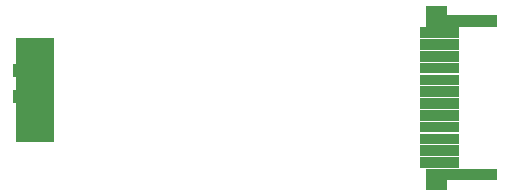
<source format=gbr>
G04 #@! TF.FileFunction,Soldermask,Top*
%FSLAX46Y46*%
G04 Gerber Fmt 4.6, Leading zero omitted, Abs format (unit mm)*
G04 Created by KiCad (PCBNEW 4.0.7) date Thu Nov 23 13:57:06 2017*
%MOMM*%
%LPD*%
G01*
G04 APERTURE LIST*
%ADD10C,0.100000*%
G04 APERTURE END LIST*
D10*
G36*
X170600000Y-114650000D02*
X166412700Y-114650000D01*
X166409162Y-114650503D01*
X166405904Y-114651971D01*
X166403184Y-114654290D01*
X166401218Y-114657274D01*
X166400160Y-114660687D01*
X166400000Y-114662700D01*
X166400000Y-115450000D01*
X164600000Y-115450000D01*
X164600000Y-113650000D01*
X170600000Y-113650000D01*
X170600000Y-114650000D01*
X170600000Y-114650000D01*
G37*
G36*
X167400000Y-113600000D02*
X164100000Y-113600000D01*
X164100000Y-112700000D01*
X167400000Y-112700000D01*
X167400000Y-113600000D01*
X167400000Y-113600000D01*
G37*
G36*
X167400000Y-112600000D02*
X164100000Y-112600000D01*
X164100000Y-111700000D01*
X167400000Y-111700000D01*
X167400000Y-112600000D01*
X167400000Y-112600000D01*
G37*
G36*
X167400000Y-111600000D02*
X164100000Y-111600000D01*
X164100000Y-110700000D01*
X167400000Y-110700000D01*
X167400000Y-111600000D01*
X167400000Y-111600000D01*
G37*
G36*
X133100000Y-111400000D02*
X129900000Y-111400000D01*
X129900000Y-108112700D01*
X129899497Y-108109162D01*
X129898029Y-108105904D01*
X129895710Y-108103184D01*
X129892726Y-108101218D01*
X129889313Y-108100160D01*
X129887300Y-108100000D01*
X129600000Y-108100000D01*
X129600000Y-107000000D01*
X129887300Y-107000000D01*
X129890838Y-106999497D01*
X129894096Y-106998029D01*
X129896816Y-106995710D01*
X129898782Y-106992726D01*
X129899840Y-106989313D01*
X129900000Y-106987300D01*
X129900000Y-105912700D01*
X129899497Y-105909162D01*
X129898029Y-105905904D01*
X129895710Y-105903184D01*
X129892726Y-105901218D01*
X129889313Y-105900160D01*
X129887300Y-105900000D01*
X129600000Y-105900000D01*
X129600000Y-104800000D01*
X129887300Y-104800000D01*
X129890838Y-104799497D01*
X129894096Y-104798029D01*
X129896816Y-104795710D01*
X129898782Y-104792726D01*
X129899840Y-104789313D01*
X129900000Y-104787300D01*
X129900000Y-102600000D01*
X133100000Y-102600000D01*
X133100000Y-111400000D01*
X133100000Y-111400000D01*
G37*
G36*
X167400000Y-110600000D02*
X164100000Y-110600000D01*
X164100000Y-109700000D01*
X167400000Y-109700000D01*
X167400000Y-110600000D01*
X167400000Y-110600000D01*
G37*
G36*
X167400000Y-109600000D02*
X164100000Y-109600000D01*
X164100000Y-108700000D01*
X167400000Y-108700000D01*
X167400000Y-109600000D01*
X167400000Y-109600000D01*
G37*
G36*
X167400000Y-108600000D02*
X164100000Y-108600000D01*
X164100000Y-107700000D01*
X167400000Y-107700000D01*
X167400000Y-108600000D01*
X167400000Y-108600000D01*
G37*
G36*
X167400000Y-107600000D02*
X164100000Y-107600000D01*
X164100000Y-106700000D01*
X167400000Y-106700000D01*
X167400000Y-107600000D01*
X167400000Y-107600000D01*
G37*
G36*
X167400000Y-106600000D02*
X164100000Y-106600000D01*
X164100000Y-105700000D01*
X167400000Y-105700000D01*
X167400000Y-106600000D01*
X167400000Y-106600000D01*
G37*
G36*
X167400000Y-105600000D02*
X164100000Y-105600000D01*
X164100000Y-104700000D01*
X167400000Y-104700000D01*
X167400000Y-105600000D01*
X167400000Y-105600000D01*
G37*
G36*
X167400000Y-104600000D02*
X164100000Y-104600000D01*
X164100000Y-103700000D01*
X167400000Y-103700000D01*
X167400000Y-104600000D01*
X167400000Y-104600000D01*
G37*
G36*
X167400000Y-103600000D02*
X164100000Y-103600000D01*
X164100000Y-102700000D01*
X167400000Y-102700000D01*
X167400000Y-103600000D01*
X167400000Y-103600000D01*
G37*
G36*
X167400000Y-102600000D02*
X164100000Y-102600000D01*
X164100000Y-101700000D01*
X167400000Y-101700000D01*
X167400000Y-102600000D01*
X167400000Y-102600000D01*
G37*
G36*
X166400000Y-100637300D02*
X166400503Y-100640838D01*
X166401971Y-100644096D01*
X166404290Y-100646816D01*
X166407274Y-100648782D01*
X166410687Y-100649840D01*
X166412700Y-100650000D01*
X170600000Y-100650000D01*
X170600000Y-101650000D01*
X164600000Y-101650000D01*
X164600000Y-99850000D01*
X166400000Y-99850000D01*
X166400000Y-100637300D01*
X166400000Y-100637300D01*
G37*
M02*

</source>
